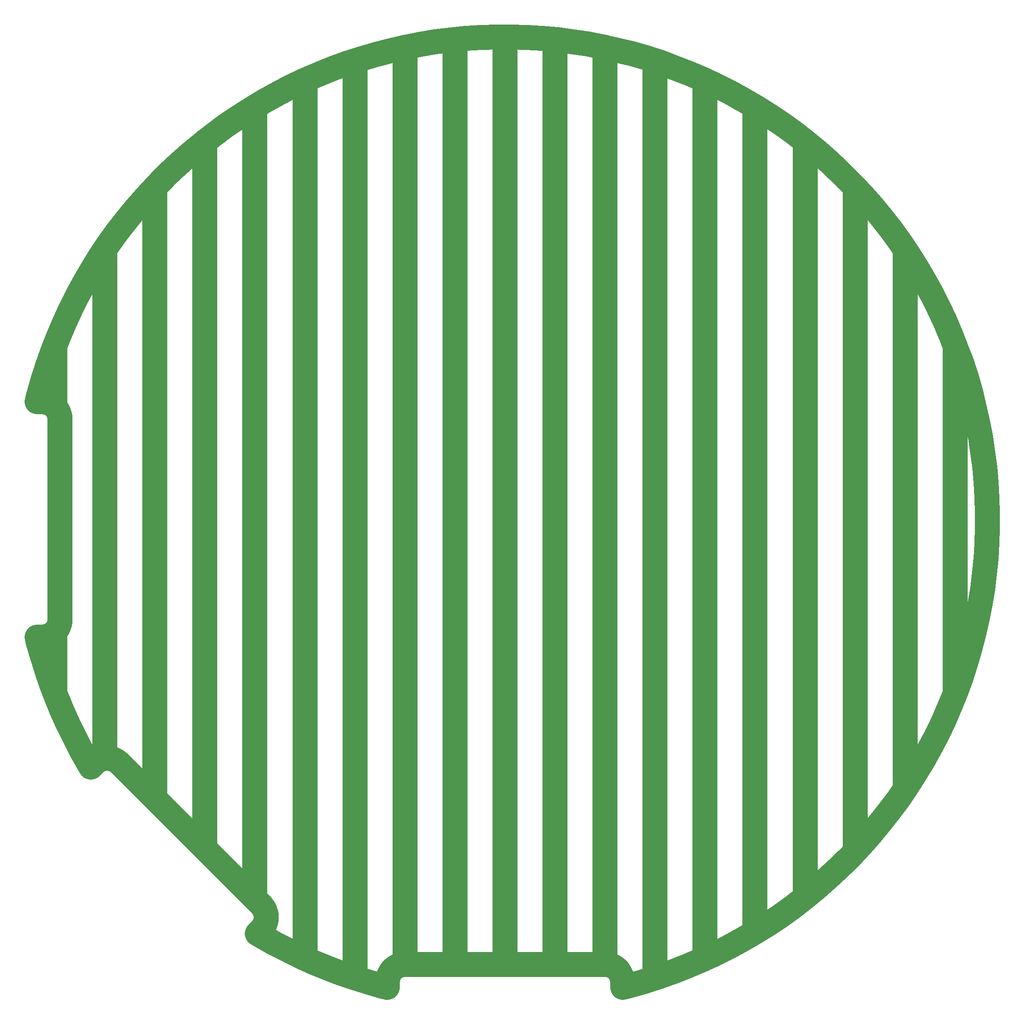
<source format=gbl>
G04*
G04 #@! TF.GenerationSoftware,Altium Limited,Altium Designer,19.1.5 (86)*
G04*
G04 Layer_Physical_Order=2*
G04 Layer_Color=16711680*
%FSLAX25Y25*%
%MOIN*%
G70*
G01*
G75*
%ADD12C,0.19685*%
D12*
X335830Y177442D02*
X341253Y166775D01*
X346337Y155942D01*
X323990Y198238D02*
X330073Y187933D01*
X335830Y177442D01*
X355470Y133824D02*
X359509Y122559D01*
X363191Y111173D01*
X346337Y155942D02*
X351078Y144955D01*
X355470Y133824D01*
X280966Y255589D02*
X288878Y246611D01*
X296503Y237389D01*
X264313Y272775D02*
X272775Y264313D01*
X280966Y255589D01*
X310863Y218246D02*
X317584Y208346D01*
X323990Y198238D01*
X296503Y237389D02*
X303834Y227931D01*
X310863Y218246D01*
X378715Y29028D02*
X379441Y17083D01*
X379791Y5122D01*
X376135Y52819D02*
X377612Y40943D01*
X378715Y29028D01*
X379764Y-6844D02*
X379791Y5122D01*
X379360Y-18804D02*
X379764Y-6844D01*
X378579Y-30745D02*
X379360Y-18804D01*
X377423Y-42656D02*
X378579Y-30745D01*
X369471Y88082D02*
X372062Y76399D01*
X374285Y64641D01*
X363191Y111173D02*
X366513Y99677D01*
X369471Y88082D01*
X374285Y64641D02*
X376135Y52819D01*
X375892Y-54524D02*
X377423Y-42656D01*
X373988Y-66338D02*
X375892Y-54524D01*
X371712Y-78086D02*
X373988Y-66338D01*
X40944Y377612D02*
X52819Y376135D01*
X64642Y374285D01*
X17084Y379441D02*
X29028Y378715D01*
X40944Y377612D01*
X88083Y369471D02*
X99678Y366513D01*
X111174Y363191D01*
X64642Y374285D02*
X76400Y372062D01*
X88083Y369471D01*
X-6844Y379764D02*
X5122Y379791D01*
X17084Y379441D01*
X-18803Y379360D02*
X-6844Y379764D01*
X-30745Y378579D02*
X-18803Y379360D01*
X-42655Y377423D02*
X-30745Y378579D01*
X-54523Y375892D02*
X-42655Y377423D01*
X-66338Y373988D02*
X-54523Y375892D01*
X-78086Y371712D02*
X-66338Y373988D01*
X208346Y317584D02*
X218247Y310863D01*
X227931Y303834D01*
X187934Y330073D02*
X198238Y323989D01*
X208346Y317584D01*
X246612Y288877D02*
X255589Y280965D01*
X264313Y272775D01*
X227931Y303834D02*
X237389Y296502D01*
X246612Y288877D01*
X133824Y355469D02*
X144955Y351077D01*
X155943Y346337D01*
X111174Y363191D02*
X122560Y359509D01*
X133824Y355469D01*
X166775Y341253D02*
X177443Y335830D01*
X187934Y330073D01*
X155943Y346337D02*
X166775Y341253D01*
X369068Y-89757D02*
X371712Y-78086D01*
X366057Y-101339D02*
X369068Y-89757D01*
X362683Y-112820D02*
X366057Y-101339D01*
X358949Y-124188D02*
X362683Y-112820D01*
X354859Y-135434D02*
X358949Y-124188D01*
X350417Y-146546D02*
X354859Y-135434D01*
X354306Y-136818D02*
Y136773D01*
X345626Y-157511D02*
X350417Y-146546D01*
X340493Y-168321D02*
X345626Y-157511D01*
X335021Y-178964D02*
X340493Y-168321D01*
X329218Y-189428D02*
X335021Y-178964D01*
X323087Y-199705D02*
X329218Y-189428D01*
X275566Y-261334D02*
Y261340D01*
X314936Y-212264D02*
Y212247D01*
X196825Y-324848D02*
Y324823D01*
X236195Y-297450D02*
Y297428D01*
X316636Y-209784D02*
X323087Y-199705D01*
X309870Y-219654D02*
X316636Y-209784D01*
X302797Y-229306D02*
X309870Y-219654D01*
X295423Y-238731D02*
X302797Y-229306D01*
X287756Y-247919D02*
X295423Y-238731D01*
X279804Y-256860D02*
X287756Y-247919D01*
X271573Y-265547D02*
X279804Y-256860D01*
X263073Y-273970D02*
X271573Y-265547D01*
X254312Y-282122D02*
X263073Y-273970D01*
X245299Y-289993D02*
X254312Y-282122D01*
X236042Y-297576D02*
X245299Y-289993D01*
X226551Y-304864D02*
X236042Y-297576D01*
X216835Y-311849D02*
X226551Y-304864D01*
X206903Y-318525D02*
X216835Y-311849D01*
X196767Y-324885D02*
X206903Y-318525D01*
X186435Y-330922D02*
X196767Y-324885D01*
X175918Y-336631D02*
X186435Y-330922D01*
X157455Y-345610D02*
Y345627D01*
X165226Y-342005D02*
X175918Y-336631D01*
X154370Y-347041D02*
X165226Y-342005D01*
X143361Y-351731D02*
X154370Y-347041D01*
X118085Y-360966D02*
Y360956D01*
X78740Y-350251D02*
X80918Y-350423D01*
X39345Y-350251D02*
Y377760D01*
X78715Y-350251D02*
Y371549D01*
X-25Y-350251D02*
Y379779D01*
X-39395Y-350251D02*
Y377739D01*
X-80918Y-350423D02*
X-78740Y-350251D01*
X78740D01*
X-78765Y-350253D02*
Y371558D01*
X-83043Y-350933D02*
X-80918Y-350423D01*
X132210Y-356073D02*
X143361Y-351731D01*
X120928Y-360061D02*
X132210Y-356073D01*
X91981Y-359871D02*
X92491Y-361996D01*
X109525Y-363692D02*
X120928Y-360061D01*
X98014Y-366961D02*
X109525Y-363692D01*
X92662Y-368301D02*
X98014Y-366961D01*
X92491Y-361996D02*
X92662Y-364174D01*
Y-368301D02*
Y-364174D01*
X85061Y-351769D02*
X86923Y-352910D01*
X88585Y-354329D01*
X80918Y-350423D02*
X83042Y-350933D01*
X85061Y-351769D01*
X90003Y-355990D02*
X91145Y-357853D01*
X91981Y-359871D01*
X88585Y-354329D02*
X90003Y-355990D01*
X-89756Y369068D02*
X-78086Y371712D01*
X-101338Y366057D02*
X-89756Y369068D01*
X-112819Y362683D02*
X-101338Y366057D01*
X-124188Y358949D02*
X-112819Y362683D01*
X-135434Y354859D02*
X-124188Y358949D01*
X-146545Y350417D02*
X-135434Y354859D01*
X-157511Y345626D02*
X-146545Y350417D01*
X-168321Y340493D02*
X-157511Y345626D01*
X-178963Y335022D02*
X-168321Y340493D01*
X-189428Y329218D02*
X-178963Y335022D01*
X-199705Y323087D02*
X-189428Y329218D01*
X-209783Y316636D02*
X-199705Y323087D01*
X-219654Y309870D02*
X-209783Y316636D01*
X-229306Y302797D02*
X-219654Y309870D01*
X-238731Y295423D02*
X-229306Y302797D01*
X-247919Y287757D02*
X-238731Y295423D01*
X-256860Y279804D02*
X-247919Y287757D01*
X-265547Y271574D02*
X-256860Y279804D01*
X-273970Y263074D02*
X-265547Y271574D01*
X-282121Y254313D02*
X-273970Y263074D01*
X-289993Y245299D02*
X-282121Y254313D01*
X-297576Y236042D02*
X-289993Y245299D01*
X-304864Y226551D02*
X-297576Y236042D01*
X-311849Y216835D02*
X-304864Y226551D01*
X-318525Y206904D02*
X-311849Y216835D01*
X-324885Y196767D02*
X-318525Y206904D01*
X-330922Y186435D02*
X-324885Y196767D01*
X-336631Y175918D02*
X-330922Y186435D01*
X-342005Y165226D02*
X-336631Y175918D01*
X-347040Y154371D02*
X-342005Y165226D01*
X-351731Y143362D02*
X-347040Y154371D01*
X-350251Y-78740D02*
Y78740D01*
X-356073Y132211D02*
X-351731Y143362D01*
X-355990Y90004D02*
X-354329Y88585D01*
X-354356Y88608D02*
Y136621D01*
X-357853Y91145D02*
X-355990Y90004D01*
X-351769Y85061D02*
X-350933Y83043D01*
X-350423Y80918D01*
X-354329Y88585D02*
X-352910Y86924D01*
X-351769Y85061D01*
X-360061Y120929D02*
X-356073Y132211D01*
X-363691Y109526D02*
X-360061Y120929D01*
X-366961Y98015D02*
X-363691Y109526D01*
X-368301Y92663D02*
X-366961Y98015D01*
X-361996Y92491D02*
X-359871Y91981D01*
X-357853Y91145D01*
X-368301Y92663D02*
X-364174D01*
X-361996Y92491D01*
X-350423Y80918D02*
X-350251Y78740D01*
X-350423Y-80918D02*
X-350251Y-78740D01*
X-350933Y-83042D02*
X-350423Y-80918D01*
X-351769Y-85061D02*
X-350933Y-83042D01*
X-352910Y-86923D02*
X-351769Y-85061D01*
X-354122Y-88342D02*
X-352910Y-86923D01*
X-354329Y-88585D02*
X-354122Y-88342D01*
X-354571Y-88792D02*
X-354329Y-88585D01*
X-355990Y-90003D02*
X-354571Y-88792D01*
X-357853Y-91145D02*
X-355990Y-90003D01*
X-359871Y-91981D02*
X-357853Y-91145D01*
X-361996Y-92491D02*
X-359871Y-91981D01*
X-364174Y-92662D02*
X-361996Y-92491D01*
X-368302Y-92662D02*
X-364174D01*
X-368302D02*
X-367203Y-97087D01*
X-188081Y-315365D02*
X-187910Y-313187D01*
X-181125Y-333852D02*
X-171088Y-339106D01*
X-188591Y-308885D02*
X-188081Y-311009D01*
X-187910Y-313187D01*
X-118135Y-360971D02*
Y360937D01*
X-160900Y-344057D02*
X-150568Y-348702D01*
X-157505Y-345583D02*
Y345629D01*
X-171088Y-339106D02*
X-160900Y-344057D01*
X-189427Y-306866D02*
X-188591Y-308885D01*
Y-317489D02*
X-188081Y-315365D01*
X-191988Y-303342D02*
X-190569Y-305004D01*
X-189427Y-306866D01*
Y-319508D02*
X-188591Y-317489D01*
X-191000Y-328303D02*
X-181125Y-333852D01*
X-189861Y-320216D02*
X-189427Y-319508D01*
X-190569Y-321371D02*
X-189861Y-320216D01*
X-85061Y-351769D02*
X-83043Y-350933D01*
X-86924Y-352910D02*
X-85061Y-351769D01*
X-88585Y-354329D02*
X-86924Y-352910D01*
X-90004Y-355990D02*
X-88585Y-354329D01*
X-91145Y-357853D02*
X-90004Y-355990D01*
X-91981Y-359871D02*
X-91145Y-357853D01*
X-92491Y-361996D02*
X-91981Y-359871D01*
X-92663Y-368302D02*
Y-364174D01*
X-129512Y-357058D02*
X-118807Y-360761D01*
X-107995Y-364144D01*
X-150568Y-348702D02*
X-140102Y-353037D01*
X-129512Y-357058D01*
X-92663Y-364174D02*
X-92491Y-361996D01*
X-97088Y-367202D02*
X-92663Y-368302D01*
X-107995Y-364144D02*
X-97088Y-367202D01*
X-315365Y-188081D02*
X-313188Y-187909D01*
X-313188D02*
X-311010Y-188081D01*
X-314986Y-188051D02*
Y212169D01*
X-339106Y-171088D02*
X-333853Y-181125D01*
X-196875Y-298454D02*
Y324775D01*
X-236245Y-259084D02*
Y297368D01*
X-275616Y-219714D02*
Y261305D01*
X-333853Y-181125D02*
X-328303Y-191000D01*
X-354356Y-136629D02*
Y-88607D01*
X-360761Y-118806D02*
X-357058Y-129512D01*
X-367203Y-97087D02*
X-364144Y-107995D01*
X-360761Y-118806D01*
X-348702Y-150567D02*
X-344057Y-160899D01*
X-339106Y-171088D01*
X-357058Y-129512D02*
X-353037Y-140102D01*
X-348702Y-150567D01*
X-306867Y-189427D02*
X-305004Y-190568D01*
X-303343Y-191987D01*
X-311010Y-188081D02*
X-308885Y-188591D01*
X-306867Y-189427D01*
X-191988Y-323032D02*
X-190569Y-321371D01*
X-194907Y-325951D02*
X-191000Y-328303D01*
X-303343Y-191987D02*
X-191988Y-303342D01*
X-194907Y-325951D02*
X-191988Y-323032D01*
X-315875Y-188203D02*
X-315365Y-188081D01*
X-317490Y-188591D02*
X-315875Y-188203D01*
X-319508Y-189427D02*
X-317490Y-188591D01*
X-321371Y-190568D02*
X-319508Y-189427D01*
X-323032Y-191987D02*
X-321371Y-190568D01*
X-325951Y-194906D02*
X-323032Y-191987D01*
X-328303Y-191000D02*
X-325951Y-194906D01*
M02*

</source>
